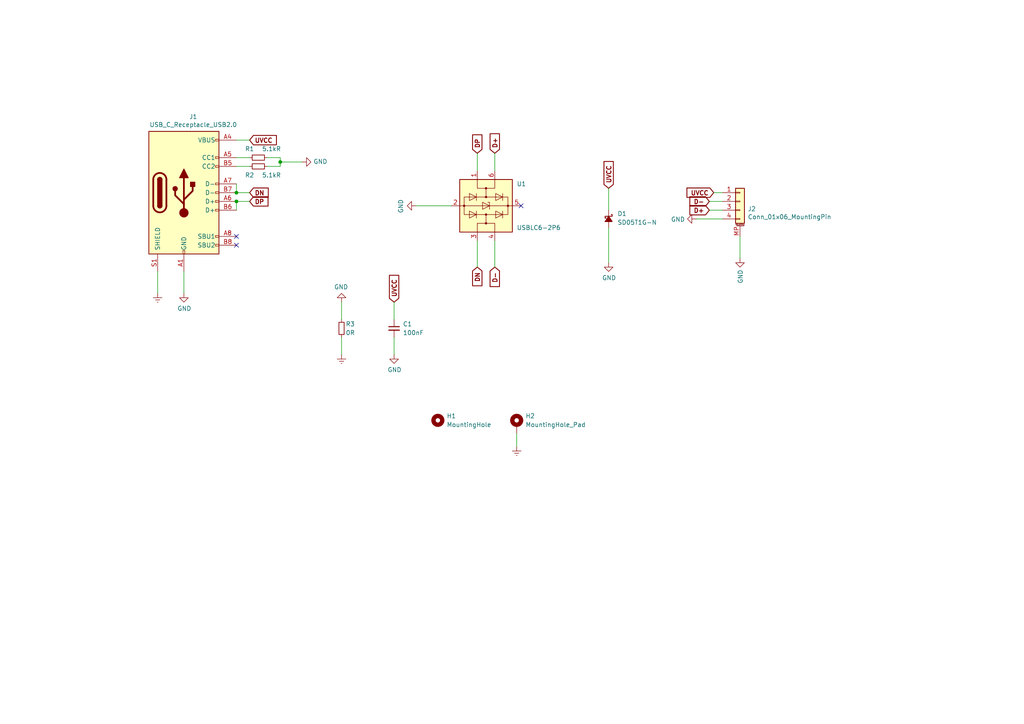
<source format=kicad_sch>
(kicad_sch (version 20230121) (generator eeschema)
  (paper "A4")
  (lib_symbols
    (symbol "Connector:USB_C_Receptacle_USB2.0" (pin_names (offset 1.016))
      (property "Reference" "J" (at -10.16 19.05 0))
      (property "Value" "USB_C_Receptacle_USB2.0" (at 19.05 19.05 0))
      (symbol "USB_C_Receptacle_USB2.0_0_0"
        (rectangle (start -0.254 -17.78) (end 0.254 -16.764))
        (rectangle (start 10.16 -14.986) (end 9.144 -15.494))
        (rectangle (start 10.16 -12.446) (end 9.144 -12.954))
        (rectangle (start 10.16 -4.826) (end 9.144 -5.334))
        (rectangle (start 10.16 -2.286) (end 9.144 -2.794))
        (rectangle (start 10.16 0.254) (end 9.144 -0.254))
        (rectangle (start 10.16 2.794) (end 9.144 2.286))
        (rectangle (start 10.16 7.874) (end 9.144 7.366))
        (rectangle (start 10.16 10.414) (end 9.144 9.906))
        (rectangle (start 10.16 15.494) (end 9.144 14.986))
      )
      (symbol "USB_C_Receptacle_USB2.0_0_1"
        (rectangle (start -10.16 17.78) (end 10.16 -17.78) (stroke (width 0.254)) (fill (type background)))
        (arc (start -8.89 -3.81) (mid -6.985 -5.7067) (end -5.08 -3.81) (stroke (width 0.508)))
        (arc (start -7.62 -3.81) (mid -6.985 -4.4423) (end -6.35 -3.81) (stroke (width 0.254)))
        (arc (start -7.62 -3.81) (mid -6.985 -4.4423) (end -6.35 -3.81) (stroke (width 0.254)) (fill (type outline)))
        (rectangle (start -7.62 -3.81) (end -6.35 3.81) (stroke (width 0.254)) (fill (type outline)))
        (arc (start -6.35 3.81) (mid -6.985 4.4423) (end -7.62 3.81) (stroke (width 0.254)))
        (arc (start -6.35 3.81) (mid -6.985 4.4423) (end -7.62 3.81) (stroke (width 0.254)) (fill (type outline)))
        (arc (start -5.08 3.81) (mid -6.985 5.7067) (end -8.89 3.81) (stroke (width 0.508)))
        (circle (center -2.54 1.143) (radius 0.635) (stroke (width 0.254)) (fill (type outline)))
        (circle (center 0 -5.842) (radius 1.27) (fill (type outline)))
        (polyline (pts (xy -8.89 -3.81) (xy -8.89 3.81)) (stroke (width 0.508)))
        (polyline (pts (xy -5.08 3.81) (xy -5.08 -3.81)) (stroke (width 0.508)))
        (polyline (pts (xy 0 -5.842) (xy 0 4.318)) (stroke (width 0.508)))
        (polyline (pts (xy 0 -3.302) (xy -2.54 -0.762) (xy -2.54 0.508)) (stroke (width 0.508)))
        (polyline (pts (xy 0 -2.032) (xy 2.54 0.508) (xy 2.54 1.778)) (stroke (width 0.508)))
        (polyline (pts (xy -1.27 4.318) (xy 0 6.858) (xy 1.27 4.318) (xy -1.27 4.318)) (stroke (width 0.254)) (fill (type outline)))
        (rectangle (start 1.905 1.778) (end 3.175 3.048) (stroke (width 0.254)) (fill (type outline)))
      )
      (symbol "USB_C_Receptacle_USB2.0_1_1"
        (pin passive line (at 0 -22.86 90) (length 5.08) (name "GND") (number "A1"))
        (pin passive line (at 0 -22.86 90) (length 5.08) hide (name "GND") (number "A12"))
        (pin passive line (at 15.24 15.24 180) (length 5.08) (name "VBUS") (number "A4"))
        (pin bidirectional line (at 15.24 10.16 180) (length 5.08) (name "CC1") (number "A5"))
        (pin bidirectional line (at 15.24 -2.54 180) (length 5.08) (name "D+") (number "A6"))
        (pin bidirectional line (at 15.24 2.54 180) (length 5.08) (name "D-") (number "A7"))
        (pin bidirectional line (at 15.24 -12.7 180) (length 5.08) (name "SBU1") (number "A8"))
        (pin passive line (at 15.24 15.24 180) (length 5.08) hide (name "VBUS") (number "A9"))
        (pin passive line (at 0 -22.86 90) (length 5.08) hide (name "GND") (number "B1"))
        (pin passive line (at 0 -22.86 90) (length 5.08) hide (name "GND") (number "B12"))
        (pin passive line (at 15.24 15.24 180) (length 5.08) hide (name "VBUS") (number "B4"))
        (pin bidirectional line (at 15.24 7.62 180) (length 5.08) (name "CC2") (number "B5"))
        (pin bidirectional line (at 15.24 -5.08 180) (length 5.08) (name "D+") (number "B6"))
        (pin bidirectional line (at 15.24 0 180) (length 5.08) (name "D-") (number "B7"))
        (pin bidirectional line (at 15.24 -15.24 180) (length 5.08) (name "SBU2") (number "B8"))
        (pin passive line (at 15.24 15.24 180) (length 5.08) hide (name "VBUS") (number "B9"))
        (pin passive line (at -7.62 -22.86 90) (length 5.08) (name "SHIELD") (number "S1"))
      )
    )
    (symbol "Connector_Generic_MountingPin:Conn_01x04_MountingPin" (pin_names (offset 1.016) hide)
      (property "Reference" "J" (at 0 5.08 0))
      (property "Value" "Conn_01x04_MountingPin" (at 1.27 -7.62 0))
      (symbol "Conn_01x04_MountingPin_1_1"
        (rectangle (start -1.27 -4.953) (end 0 -5.207) (stroke (width 0.1524)))
        (rectangle (start -1.27 -2.413) (end 0 -2.667) (stroke (width 0.1524)))
        (rectangle (start -1.27 0.127) (end 0 -0.127) (stroke (width 0.1524)))
        (rectangle (start -1.27 2.667) (end 0 2.413) (stroke (width 0.1524)))
        (rectangle (start -1.27 3.81) (end 1.27 -6.35) (stroke (width 0.254)) (fill (type background)))
        (polyline (pts (xy -1.016 -7.112) (xy 1.016 -7.112)) (stroke (width 0.1524)))
        (text "Mounting" (at 0 -6.731 0) (effects (font (size 0.381 0.381))))
        (pin passive line (at -5.08 2.54 0) (length 3.81) (name "Pin_1") (number "1"))
        (pin passive line (at -5.08 0 0) (length 3.81) (name "Pin_2") (number "2"))
        (pin passive line (at -5.08 -2.54 0) (length 3.81) (name "Pin_3") (number "3"))
        (pin passive line (at -5.08 -5.08 0) (length 3.81) (name "Pin_4") (number "4"))
        (pin passive line (at 0 -10.16 90) (length 3.048) (name "MountPin") (number "MP"))
      )
    )
    (symbol "Device:C_Small" (pin_numbers hide) (pin_names (offset 0.254) hide)
      (property "Reference" "C" (at 0.254 1.778 0))
      (property "Value" "C_Small" (at 0.254 -2.032 0))
      (symbol "C_Small_0_1"
        (polyline (pts (xy -1.524 -0.508) (xy 1.524 -0.508)) (stroke (width 0.3302)))
        (polyline (pts (xy -1.524 0.508) (xy 1.524 0.508)) (stroke (width 0.3048)))
      )
      (symbol "C_Small_1_1"
        (pin passive line (at 0 2.54 270) (length 2.032) (name "~") (number "1"))
        (pin passive line (at 0 -2.54 90) (length 2.032) (name "~") (number "2"))
      )
    )
    (symbol "Device:D_Schottky_Small_Filled" (pin_numbers hide) (pin_names (offset 0.254) hide)
      (property "Reference" "D" (at -1.27 2.032 0))
      (property "Value" "D_Schottky_Small_Filled" (at -7.112 -2.032 0))
      (symbol "D_Schottky_Small_Filled_0_1"
        (polyline (pts (xy -0.762 0) (xy 0.762 0)))
        (polyline (pts (xy 0.762 -1.016) (xy -0.762 0) (xy 0.762 1.016) (xy 0.762 -1.016)) (stroke (width 0.254)) (fill (type outline)))
        (polyline (pts (xy -1.27 0.762) (xy -1.27 1.016) (xy -0.762 1.016) (xy -0.762 -1.016) (xy -0.254 -1.016) (xy -0.254 -0.762)) (stroke (width 0.254)))
      )
      (symbol "D_Schottky_Small_Filled_1_1"
        (pin passive line (at -2.54 0 0) (length 1.778) (name "K") (number "1"))
        (pin passive line (at 2.54 0 180) (length 1.778) (name "A") (number "2"))
      )
    )
    (symbol "Device:R_Small" (pin_numbers hide) (pin_names (offset 0.254) hide)
      (property "Reference" "R" (at 0.762 0.508 0))
      (property "Value" "R_Small" (at 0.762 -1.016 0))
      (symbol "R_Small_0_1"
        (rectangle (start -0.762 1.778) (end 0.762 -1.778) (stroke (width 0.2032)))
      )
      (symbol "R_Small_1_1"
        (pin passive line (at 0 2.54 270) (length 0.762) (name "~") (number "1"))
        (pin passive line (at 0 -2.54 90) (length 0.762) (name "~") (number "2"))
      )
    )
    (symbol "Mechanical:MountingHole" (pin_names (offset 1.016))
      (property "Reference" "H" (at 0 5.08 0))
      (property "Value" "MountingHole" (at 0 3.175 0))
      (symbol "MountingHole_0_1"
        (circle (center 0 0) (radius 1.27) (stroke (width 1.27)))
      )
    )
    (symbol "Mechanical:MountingHole_Pad" (pin_numbers hide) (pin_names (offset 1.016) hide)
      (property "Reference" "H" (at 0 6.35 0))
      (property "Value" "MountingHole_Pad" (at 0 4.445 0))
      (symbol "MountingHole_Pad_0_1"
        (circle (center 0 1.27) (radius 1.27) (stroke (width 1.27)))
      )
      (symbol "MountingHole_Pad_1_1"
        (pin input line (at 0 -2.54 90) (length 2.54) (name "1") (number "1"))
      )
    )
    (symbol "Power_Protection:USBLC6-2P6" (pin_names hide)
      (property "Reference" "U" (at 2.54 8.89 0))
      (property "Value" "USBLC6-2P6" (at 2.54 -8.89 0))
      (symbol "USBLC6-2P6_0_1"
        (rectangle (start -7.62 -7.62) (end 7.62 7.62) (stroke (width 0.254)) (fill (type background)))
        (circle (center -5.08 0) (radius 0.254) (fill (type outline)))
        (circle (center -2.54 0) (radius 0.254) (fill (type outline)))
        (rectangle (start -2.54 6.35) (end 2.54 -6.35))
        (circle (center 0 -6.35) (radius 0.254) (fill (type outline)))
        (polyline (pts (xy -5.08 -2.54) (xy -7.62 -2.54)))
        (polyline (pts (xy -5.08 0) (xy -5.08 -2.54)))
        (polyline (pts (xy -5.08 2.54) (xy -7.62 2.54)))
        (polyline (pts (xy -1.524 -2.794) (xy -3.556 -2.794)))
        (polyline (pts (xy -1.524 4.826) (xy -3.556 4.826)))
        (polyline (pts (xy 0 -7.62) (xy 0 -6.35)))
        (polyline (pts (xy 0 -6.35) (xy 0 1.27)))
        (polyline (pts (xy 0 1.27) (xy 0 6.35)))
        (polyline (pts (xy 0 6.35) (xy 0 7.62)))
        (polyline (pts (xy 1.524 -2.794) (xy 3.556 -2.794)))
        (polyline (pts (xy 1.524 4.826) (xy 3.556 4.826)))
        (polyline (pts (xy 5.08 -2.54) (xy 7.62 -2.54)))
        (polyline (pts (xy 5.08 0) (xy 5.08 -2.54)))
        (polyline (pts (xy 5.08 2.54) (xy 7.62 2.54)))
        (polyline (pts (xy -2.54 0) (xy -5.08 0) (xy -5.08 2.54)))
        (polyline (pts (xy 2.54 0) (xy 5.08 0) (xy 5.08 2.54)))
        (polyline (pts (xy -3.556 -4.826) (xy -1.524 -4.826) (xy -2.54 -2.794) (xy -3.556 -4.826)))
        (polyline (pts (xy -3.556 2.794) (xy -1.524 2.794) (xy -2.54 4.826) (xy -3.556 2.794)))
        (polyline (pts (xy -1.016 -1.016) (xy 1.016 -1.016) (xy 0 1.016) (xy -1.016 -1.016)))
        (polyline (pts (xy 1.016 1.016) (xy 0.762 1.016) (xy -1.016 1.016) (xy -1.016 0.508)))
        (polyline (pts (xy 3.556 -4.826) (xy 1.524 -4.826) (xy 2.54 -2.794) (xy 3.556 -4.826)))
        (polyline (pts (xy 3.556 2.794) (xy 1.524 2.794) (xy 2.54 4.826) (xy 3.556 2.794)))
        (circle (center 0 6.35) (radius 0.254) (fill (type outline)))
        (circle (center 2.54 0) (radius 0.254) (fill (type outline)))
        (circle (center 5.08 0) (radius 0.254) (fill (type outline)))
      )
      (symbol "USBLC6-2P6_1_1"
        (pin passive line (at -10.16 -2.54 0) (length 2.54) (name "I/O1") (number "1"))
        (pin passive line (at 0 -10.16 90) (length 2.54) (name "GND") (number "2"))
        (pin passive line (at 10.16 -2.54 180) (length 2.54) (name "I/O2") (number "3"))
        (pin passive line (at 10.16 2.54 180) (length 2.54) (name "I/O2") (number "4"))
        (pin passive line (at 0 10.16 270) (length 2.54) (name "VBUS") (number "5"))
        (pin passive line (at -10.16 2.54 0) (length 2.54) (name "I/O1") (number "6"))
      )
    )
    (symbol "power:Earth" (power) (pin_names (offset 0))
      (symbol "Earth_0_1"
        (polyline (pts (xy -0.635 -1.905) (xy 0.635 -1.905)))
        (polyline (pts (xy -0.127 -2.54) (xy 0.127 -2.54)))
        (polyline (pts (xy 0 -1.27) (xy 0 0)))
        (polyline (pts (xy 1.27 -1.27) (xy -1.27 -1.27)))
      )
      (symbol "Earth_1_1"
        (pin power_in line (at 0 0 270) (length 0) hide (name "Earth") (number "1"))
      )
    )
    (symbol "power:GND" (power) (pin_names (offset 0))
      (property "Value" "GND" (at 0 -3.81 0))
      (symbol "GND_0_1"
        (polyline (pts (xy 0 0) (xy 0 -1.27) (xy 1.27 -1.27) (xy 0 -2.54) (xy -1.27 -1.27) (xy 0 -1.27)))
      )
      (symbol "GND_1_1"
        (pin power_in line (at 0 0 270) (length 0) hide (name "GND") (number "1"))
      )
    )
  )
  (junction (at 68.58 55.88))
  (junction (at 68.58 58.42))
  (junction (at 81.28 46.99))
  (no_connect (at 151.13 59.69))
  (no_connect (at 68.58 68.58))
  (no_connect (at 68.58 71.12))
  (wire (pts (xy 81.28 46.99) (xy 81.28 48.26)))
  (wire (pts (xy 68.58 45.72) (xy 72.39 45.72)))
  (wire (pts (xy 68.58 58.42) (xy 68.58 60.96)))
  (wire (pts (xy 68.58 48.26) (xy 72.39 48.26)))
  (wire (pts (xy 53.34 78.74) (xy 53.34 85.09)))
  (wire (pts (xy 207.01 55.88) (xy 209.55 55.88)))
  (wire (pts (xy 149.86 129.54) (xy 149.86 125.73)))
  (wire (pts (xy 201.93 63.5) (xy 209.55 63.5)))
  (wire (pts (xy 205.74 58.42) (xy 209.55 58.42)))
  (wire (pts (xy 81.28 45.72) (xy 81.28 46.99)))
  (wire (pts (xy 87.63 46.99) (xy 81.28 46.99)))
  (wire (pts (xy 138.43 77.47) (xy 138.43 69.85)))
  (wire (pts (xy 114.3 97.79) (xy 114.3 102.87)))
  (wire (pts (xy 45.72 78.74) (xy 45.72 85.09)))
  (wire (pts (xy 120.65 59.69) (xy 130.81 59.69)))
  (wire (pts (xy 77.47 45.72) (xy 81.28 45.72)))
  (wire (pts (xy 68.58 55.88) (xy 72.39 55.88)))
  (wire (pts (xy 143.51 44.45) (xy 143.51 49.53)))
  (wire (pts (xy 68.58 40.64) (xy 72.39 40.64)))
  (wire (pts (xy 176.53 54.61) (xy 176.53 60.96)))
  (wire (pts (xy 99.06 87.63) (xy 99.06 92.71)))
  (wire (pts (xy 214.63 68.58) (xy 214.63 74.93)))
  (wire (pts (xy 205.74 60.96) (xy 209.55 60.96)))
  (wire (pts (xy 138.43 44.45) (xy 138.43 49.53)))
  (wire (pts (xy 176.53 66.04) (xy 176.53 76.2)))
  (wire (pts (xy 68.58 58.42) (xy 72.39 58.42)))
  (wire (pts (xy 81.28 48.26) (xy 77.47 48.26)))
  (wire (pts (xy 99.06 97.79) (xy 99.06 102.87)))
  (wire (pts (xy 68.58 55.88) (xy 68.58 53.34)))
  (wire (pts (xy 114.3 87.63) (xy 114.3 92.71)))
  (wire (pts (xy 143.51 77.47) (xy 143.51 69.85)))
  (global_label "D+" (shape input) (at 143.51 44.45 90) (effects (font (thickness 0.254) bold)) (property "Intersheetrefs" "${INTERSHEET_REFS}" (effects hide)))
  (global_label "DN" (shape input) (at 72.39 55.88 0) (effects (font (thickness 0.254) bold)) (property "Intersheetrefs" "${INTERSHEET_REFS}" (effects hide)))
  (global_label "D-" (shape input) (at 143.51 77.47 270) (effects (font (thickness 0.254) bold)) (property "Intersheetrefs" "${INTERSHEET_REFS}" (effects hide)))
  (global_label "UVCC" (shape input) (at 176.53 54.61 90) (effects (font (thickness 0.254) bold)) (property "Intersheetrefs" "${INTERSHEET_REFS}" (effects hide)))
  (global_label "UVCC" (shape input) (at 114.3 87.63 90) (effects (font (thickness 0.254) bold)) (property "Intersheetrefs" "${INTERSHEET_REFS}" (effects hide)))
  (global_label "UVCC" (shape input) (at 72.39 40.64 0) (effects (font (thickness 0.254) bold)) (property "Intersheetrefs" "${INTERSHEET_REFS}" (effects hide)))
  (global_label "D+" (shape input) (at 205.74 60.96 180) (effects (font (thickness 0.254) bold)) (property "Intersheetrefs" "${INTERSHEET_REFS}" (effects hide)))
  (global_label "D-" (shape input) (at 205.74 58.42 180) (effects (font (thickness 0.254) bold)) (property "Intersheetrefs" "${INTERSHEET_REFS}" (effects hide)))
  (global_label "DP" (shape input) (at 138.43 44.45 90) (effects (font (thickness 0.254) bold)) (property "Intersheetrefs" "${INTERSHEET_REFS}" (effects hide)))
  (global_label "DN" (shape input) (at 138.43 77.47 270) (effects (font (thickness 0.254) bold)) (property "Intersheetrefs" "${INTERSHEET_REFS}" (effects hide)))
  (global_label "UVCC" (shape input) (at 207.01 55.88 180) (effects (font (thickness 0.254) bold)) (property "Intersheetrefs" "${INTERSHEET_REFS}" (effects hide)))
  (global_label "DP" (shape input) (at 72.39 58.42 0) (effects (font (thickness 0.254) bold)) (property "Intersheetrefs" "${INTERSHEET_REFS}" (effects hide)))
  (symbol (lib_id "power:GND") (at 87.63 46.99 90) (unit 1)
    (property "Reference" "#PWR02" (effects hide))
    (property "Value" "GND" (at 90.8812 46.863 90) (effects (justify right)))
  )
  (symbol (lib_id "power:GND") (at 99.06 87.63 180) (unit 1)
    (property "Reference" "#PWR08" (effects hide))
    (property "Value" "GND" (at 98.933 83.2358 0))
  )
  (symbol (lib_id "Power_Protection:USBLC6-2P6") (at 140.97 59.69 270) (unit 1)
    (property "Reference" "U1" (at 149.86 53.34 90) (effects (justify left)))
    (property "Value" "USBLC6-2P6" (at 149.86 66.04 90) (effects (justify left)))
    (property "Footprint" "Package_TO_SOT_SMD:SOT-666" (effects hide))
    (property "Datasheet" "https://www.st.com/resource/en/datasheet/usblc6-2.pdf" (effects hide))
  )
  (symbol (lib_id "power:GND") (at 201.93 63.5 270) (unit 1)
    (property "Reference" "#PWR04" (effects hide))
    (property "Value" "GND" (at 198.6788 63.627 90) (effects (justify right)))
  )
  (symbol (lib_id "Connector:USB_C_Receptacle_USB2.0") (at 53.34 55.88 0) (unit 1)
    (property "Reference" "J1" (at 56.0578 33.8582 0))
    (property "Value" "USB_C_Receptacle_USB2.0" (at 56.0578 36.1696 0))
    (property "Footprint" "BIOI:USB_C_Receptacle_HRO_TYPE-C-31-M-12" (effects hide))
    (property "Datasheet" "https://www.usb.org/sites/default/files/documents/usb_type-c.zip" (effects hide))
  )
  (symbol (lib_id "power:Earth") (at 149.86 129.54 0) (unit 1)
    (property "Reference" "#PWR010" (effects hide))
    (property "Value" "Earth" (effects hide))
  )
  (symbol (lib_id "power:Earth") (at 99.06 102.87 0) (unit 1)
    (property "Reference" "#PWR07" (effects hide))
    (property "Value" "Earth" (effects hide))
  )
  (symbol (lib_id "power:GND") (at 53.34 85.09 0) (unit 1)
    (property "Reference" "#PWR06" (effects hide))
    (property "Value" "GND" (at 53.467 89.4842 0))
  )
  (symbol (lib_id "power:GND") (at 114.3 102.87 0) (unit 1)
    (property "Reference" "#PWR011" (effects hide))
    (property "Value" "GND" (at 114.427 107.2642 0))
  )
  (symbol (lib_id "power:GND") (at 176.53 76.2 0) (unit 1)
    (property "Reference" "#PWR03" (effects hide))
    (property "Value" "GND" (at 176.657 80.5942 0))
  )
  (symbol (lib_id "Device:C_Small") (at 114.3 95.25 0) (unit 1)
    (property "Reference" "C1" (at 116.84 93.9863 0) (effects (justify left)))
    (property "Value" "100nF" (at 116.84 96.5263 0) (effects (justify left)))
    (property "Footprint" "Capacitor_SMD:C_0402_1005Metric" (effects hide))
  )
  (symbol (lib_id "Device:R_Small") (at 74.93 48.26 270) (unit 1)
    (property "Reference" "R2" (at 72.39 50.8 90))
    (property "Value" "5.1kR" (at 78.74 50.8 90))
    (property "Footprint" "Resistor_SMD:R_0402_1005Metric" (effects hide))
  )
  (symbol (lib_id "Mechanical:MountingHole_Pad") (at 149.86 123.19 0) (unit 1)
    (property "Reference" "H2" (at 152.4 120.65 0) (effects (justify left)))
    (property "Value" "MountingHole_Pad" (at 152.4 123.19 0) (effects (justify left)))
    (property "Footprint" "MountingHole:MountingHole_3.2mm_M3_Pad_TopBottom" (effects hide))
  )
  (symbol (lib_id "Device:D_Schottky_Small_Filled") (at 176.53 63.5 270) (unit 1)
    (property "Reference" "D1" (at 179.07 61.9759 90) (effects (justify left)))
    (property "Value" "SD05T1G-N" (at 179.07 64.5159 90) (effects (justify left)))
    (property "Footprint" "Diode_SMD:D_SOD-323" (effects hide))
  )
  (symbol (lib_id "Connector_Generic_MountingPin:Conn_01x04_MountingPin") (at 214.63 58.42 0) (unit 1)
    (property "Reference" "J2" (at 216.8652 60.6044 0) (effects (justify left)))
    (property "Value" "Conn_01x06_MountingPin" (at 216.8652 62.9158 0) (effects (justify left)))
    (property "Footprint" "BIOI:molex_781710004" (effects hide))
  )
  (symbol (lib_id "Device:R_Small") (at 74.93 45.72 90) (unit 1)
    (property "Reference" "R1" (at 72.39 43.18 90))
    (property "Value" "5.1kR" (at 78.74 43.18 90))
    (property "Footprint" "Resistor_SMD:R_0402_1005Metric" (effects hide))
  )
  (symbol (lib_id "Mechanical:MountingHole") (at 127 121.92 0) (unit 1)
    (property "Reference" "H1" (at 129.54 120.65 0) (effects (justify left)))
    (property "Value" "MountingHole" (at 129.54 123.19 0) (effects (justify left)))
    (property "Footprint" "MountingHole:MountingHole_3.2mm_M3" (effects hide))
  )
  (symbol (lib_id "Device:R_Small") (at 99.06 95.25 0) (unit 1)
    (property "Reference" "R3" (at 101.6 93.98 0))
    (property "Value" "0R" (at 101.6 96.52 0))
    (property "Footprint" "Resistor_SMD:R_0603_1608Metric" (effects hide))
  )
  (symbol (lib_id "power:Earth") (at 45.72 85.09 0) (unit 1)
    (property "Reference" "#PWR01" (effects hide))
    (property "Value" "Earth" (effects hide))
  )
  (symbol (lib_id "power:GND") (at 214.63 74.93 0) (unit 1)
    (property "Reference" "#PWR05" (effects hide))
    (property "Value" "GND" (at 214.757 78.1812 90) (effects (justify right)))
  )
  (symbol (lib_id "power:GND") (at 120.65 59.69 270) (unit 1)
    (property "Reference" "#PWR09" (effects hide))
    (property "Value" "GND" (at 116.2558 59.817 0))
  )
)
</source>
